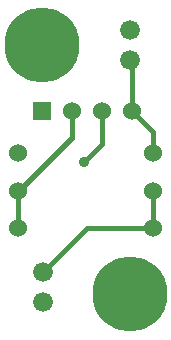
<source format=gtl>
G04 (created by PCBNEW (2013-03-19 BZR 4004)-stable) date 4/21/2013 11:35:40 AM*
%MOIN*%
G04 Gerber Fmt 3.4, Leading zero omitted, Abs format*
%FSLAX34Y34*%
G01*
G70*
G90*
G04 APERTURE LIST*
%ADD10C,2.3622e-006*%
%ADD11R,0.06X0.06*%
%ADD12C,0.06*%
%ADD13C,0.066*%
%ADD14C,0.25*%
%ADD15C,0.035*%
%ADD16C,0.015*%
G04 APERTURE END LIST*
G54D10*
G54D11*
X63750Y-31200D03*
G54D12*
X64750Y-31200D03*
X65750Y-31200D03*
X66750Y-31200D03*
G54D13*
X63800Y-36550D03*
X63800Y-37550D03*
G54D14*
X63750Y-29000D03*
X66700Y-37300D03*
G54D12*
X62950Y-35100D03*
X67450Y-35100D03*
X62950Y-33850D03*
X67450Y-33850D03*
X62950Y-32600D03*
X67450Y-32600D03*
G54D13*
X66700Y-29500D03*
X66700Y-28500D03*
G54D15*
X65150Y-32900D03*
G54D16*
X67450Y-32600D02*
X67450Y-31900D01*
X67450Y-31900D02*
X66750Y-31200D01*
X66750Y-31200D02*
X66750Y-29550D01*
X66750Y-29550D02*
X66700Y-29500D01*
X65750Y-32300D02*
X65150Y-32900D01*
X65750Y-31200D02*
X65750Y-32300D01*
X64750Y-31200D02*
X64750Y-32050D01*
X64750Y-32050D02*
X62950Y-33850D01*
X62950Y-35100D02*
X62950Y-33850D01*
X62950Y-33700D02*
X63150Y-33700D01*
X64750Y-32100D02*
X64750Y-31200D01*
X63150Y-33700D02*
X64750Y-32100D01*
X62950Y-35100D02*
X62950Y-33700D01*
X67450Y-35100D02*
X65250Y-35100D01*
X65250Y-35100D02*
X63800Y-36550D01*
X67450Y-35100D02*
X67450Y-33850D01*
M02*

</source>
